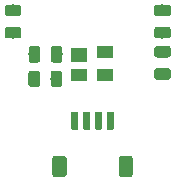
<source format=gbr>
G04 #@! TF.GenerationSoftware,KiCad,Pcbnew,(5.1.4)-1*
G04 #@! TF.CreationDate,2021-01-29T12:05:25-05:00*
G04 #@! TF.ProjectId,TKD_DBTypeC_r1,544b445f-4442-4547-9970-65435f72312e,rev?*
G04 #@! TF.SameCoordinates,Original*
G04 #@! TF.FileFunction,Paste,Top*
G04 #@! TF.FilePolarity,Positive*
%FSLAX46Y46*%
G04 Gerber Fmt 4.6, Leading zero omitted, Abs format (unit mm)*
G04 Created by KiCad (PCBNEW (5.1.4)-1) date 2021-01-29 12:05:25*
%MOMM*%
%LPD*%
G04 APERTURE LIST*
%ADD10C,0.100000*%
%ADD11C,0.975000*%
%ADD12C,1.200000*%
%ADD13C,0.600000*%
%ADD14R,1.400000X1.000000*%
%ADD15R,1.400000X1.200000*%
G04 APERTURE END LIST*
D10*
G36*
X60125622Y-59287107D02*
G01*
X60149283Y-59290617D01*
X60172487Y-59296429D01*
X60195009Y-59304487D01*
X60216633Y-59314715D01*
X60237150Y-59327012D01*
X60256363Y-59341262D01*
X60274087Y-59357326D01*
X60290151Y-59375050D01*
X60304401Y-59394263D01*
X60316698Y-59414780D01*
X60326926Y-59436404D01*
X60334984Y-59458926D01*
X60340796Y-59482130D01*
X60344306Y-59505791D01*
X60345480Y-59529683D01*
X60345480Y-60017183D01*
X60344306Y-60041075D01*
X60340796Y-60064736D01*
X60334984Y-60087940D01*
X60326926Y-60110462D01*
X60316698Y-60132086D01*
X60304401Y-60152603D01*
X60290151Y-60171816D01*
X60274087Y-60189540D01*
X60256363Y-60205604D01*
X60237150Y-60219854D01*
X60216633Y-60232151D01*
X60195009Y-60242379D01*
X60172487Y-60250437D01*
X60149283Y-60256249D01*
X60125622Y-60259759D01*
X60101730Y-60260933D01*
X59189230Y-60260933D01*
X59165338Y-60259759D01*
X59141677Y-60256249D01*
X59118473Y-60250437D01*
X59095951Y-60242379D01*
X59074327Y-60232151D01*
X59053810Y-60219854D01*
X59034597Y-60205604D01*
X59016873Y-60189540D01*
X59000809Y-60171816D01*
X58986559Y-60152603D01*
X58974262Y-60132086D01*
X58964034Y-60110462D01*
X58955976Y-60087940D01*
X58950164Y-60064736D01*
X58946654Y-60041075D01*
X58945480Y-60017183D01*
X58945480Y-59529683D01*
X58946654Y-59505791D01*
X58950164Y-59482130D01*
X58955976Y-59458926D01*
X58964034Y-59436404D01*
X58974262Y-59414780D01*
X58986559Y-59394263D01*
X59000809Y-59375050D01*
X59016873Y-59357326D01*
X59034597Y-59341262D01*
X59053810Y-59327012D01*
X59074327Y-59314715D01*
X59095951Y-59304487D01*
X59118473Y-59296429D01*
X59141677Y-59290617D01*
X59165338Y-59287107D01*
X59189230Y-59285933D01*
X60101730Y-59285933D01*
X60125622Y-59287107D01*
X60125622Y-59287107D01*
G37*
D11*
X59645480Y-59773433D03*
D10*
G36*
X60125622Y-61162107D02*
G01*
X60149283Y-61165617D01*
X60172487Y-61171429D01*
X60195009Y-61179487D01*
X60216633Y-61189715D01*
X60237150Y-61202012D01*
X60256363Y-61216262D01*
X60274087Y-61232326D01*
X60290151Y-61250050D01*
X60304401Y-61269263D01*
X60316698Y-61289780D01*
X60326926Y-61311404D01*
X60334984Y-61333926D01*
X60340796Y-61357130D01*
X60344306Y-61380791D01*
X60345480Y-61404683D01*
X60345480Y-61892183D01*
X60344306Y-61916075D01*
X60340796Y-61939736D01*
X60334984Y-61962940D01*
X60326926Y-61985462D01*
X60316698Y-62007086D01*
X60304401Y-62027603D01*
X60290151Y-62046816D01*
X60274087Y-62064540D01*
X60256363Y-62080604D01*
X60237150Y-62094854D01*
X60216633Y-62107151D01*
X60195009Y-62117379D01*
X60172487Y-62125437D01*
X60149283Y-62131249D01*
X60125622Y-62134759D01*
X60101730Y-62135933D01*
X59189230Y-62135933D01*
X59165338Y-62134759D01*
X59141677Y-62131249D01*
X59118473Y-62125437D01*
X59095951Y-62117379D01*
X59074327Y-62107151D01*
X59053810Y-62094854D01*
X59034597Y-62080604D01*
X59016873Y-62064540D01*
X59000809Y-62046816D01*
X58986559Y-62027603D01*
X58974262Y-62007086D01*
X58964034Y-61985462D01*
X58955976Y-61962940D01*
X58950164Y-61939736D01*
X58946654Y-61916075D01*
X58945480Y-61892183D01*
X58945480Y-61404683D01*
X58946654Y-61380791D01*
X58950164Y-61357130D01*
X58955976Y-61333926D01*
X58964034Y-61311404D01*
X58974262Y-61289780D01*
X58986559Y-61269263D01*
X59000809Y-61250050D01*
X59016873Y-61232326D01*
X59034597Y-61216262D01*
X59053810Y-61202012D01*
X59074327Y-61189715D01*
X59095951Y-61179487D01*
X59118473Y-61171429D01*
X59141677Y-61165617D01*
X59165338Y-61162107D01*
X59189230Y-61160933D01*
X60101730Y-61160933D01*
X60125622Y-61162107D01*
X60125622Y-61162107D01*
G37*
D11*
X59645480Y-61648433D03*
D10*
G36*
X72775622Y-61157107D02*
G01*
X72799283Y-61160617D01*
X72822487Y-61166429D01*
X72845009Y-61174487D01*
X72866633Y-61184715D01*
X72887150Y-61197012D01*
X72906363Y-61211262D01*
X72924087Y-61227326D01*
X72940151Y-61245050D01*
X72954401Y-61264263D01*
X72966698Y-61284780D01*
X72976926Y-61306404D01*
X72984984Y-61328926D01*
X72990796Y-61352130D01*
X72994306Y-61375791D01*
X72995480Y-61399683D01*
X72995480Y-61887183D01*
X72994306Y-61911075D01*
X72990796Y-61934736D01*
X72984984Y-61957940D01*
X72976926Y-61980462D01*
X72966698Y-62002086D01*
X72954401Y-62022603D01*
X72940151Y-62041816D01*
X72924087Y-62059540D01*
X72906363Y-62075604D01*
X72887150Y-62089854D01*
X72866633Y-62102151D01*
X72845009Y-62112379D01*
X72822487Y-62120437D01*
X72799283Y-62126249D01*
X72775622Y-62129759D01*
X72751730Y-62130933D01*
X71839230Y-62130933D01*
X71815338Y-62129759D01*
X71791677Y-62126249D01*
X71768473Y-62120437D01*
X71745951Y-62112379D01*
X71724327Y-62102151D01*
X71703810Y-62089854D01*
X71684597Y-62075604D01*
X71666873Y-62059540D01*
X71650809Y-62041816D01*
X71636559Y-62022603D01*
X71624262Y-62002086D01*
X71614034Y-61980462D01*
X71605976Y-61957940D01*
X71600164Y-61934736D01*
X71596654Y-61911075D01*
X71595480Y-61887183D01*
X71595480Y-61399683D01*
X71596654Y-61375791D01*
X71600164Y-61352130D01*
X71605976Y-61328926D01*
X71614034Y-61306404D01*
X71624262Y-61284780D01*
X71636559Y-61264263D01*
X71650809Y-61245050D01*
X71666873Y-61227326D01*
X71684597Y-61211262D01*
X71703810Y-61197012D01*
X71724327Y-61184715D01*
X71745951Y-61174487D01*
X71768473Y-61166429D01*
X71791677Y-61160617D01*
X71815338Y-61157107D01*
X71839230Y-61155933D01*
X72751730Y-61155933D01*
X72775622Y-61157107D01*
X72775622Y-61157107D01*
G37*
D11*
X72295480Y-61643433D03*
D10*
G36*
X72775622Y-59282107D02*
G01*
X72799283Y-59285617D01*
X72822487Y-59291429D01*
X72845009Y-59299487D01*
X72866633Y-59309715D01*
X72887150Y-59322012D01*
X72906363Y-59336262D01*
X72924087Y-59352326D01*
X72940151Y-59370050D01*
X72954401Y-59389263D01*
X72966698Y-59409780D01*
X72976926Y-59431404D01*
X72984984Y-59453926D01*
X72990796Y-59477130D01*
X72994306Y-59500791D01*
X72995480Y-59524683D01*
X72995480Y-60012183D01*
X72994306Y-60036075D01*
X72990796Y-60059736D01*
X72984984Y-60082940D01*
X72976926Y-60105462D01*
X72966698Y-60127086D01*
X72954401Y-60147603D01*
X72940151Y-60166816D01*
X72924087Y-60184540D01*
X72906363Y-60200604D01*
X72887150Y-60214854D01*
X72866633Y-60227151D01*
X72845009Y-60237379D01*
X72822487Y-60245437D01*
X72799283Y-60251249D01*
X72775622Y-60254759D01*
X72751730Y-60255933D01*
X71839230Y-60255933D01*
X71815338Y-60254759D01*
X71791677Y-60251249D01*
X71768473Y-60245437D01*
X71745951Y-60237379D01*
X71724327Y-60227151D01*
X71703810Y-60214854D01*
X71684597Y-60200604D01*
X71666873Y-60184540D01*
X71650809Y-60166816D01*
X71636559Y-60147603D01*
X71624262Y-60127086D01*
X71614034Y-60105462D01*
X71605976Y-60082940D01*
X71600164Y-60059736D01*
X71596654Y-60036075D01*
X71595480Y-60012183D01*
X71595480Y-59524683D01*
X71596654Y-59500791D01*
X71600164Y-59477130D01*
X71605976Y-59453926D01*
X71614034Y-59431404D01*
X71624262Y-59409780D01*
X71636559Y-59389263D01*
X71650809Y-59370050D01*
X71666873Y-59352326D01*
X71684597Y-59336262D01*
X71703810Y-59322012D01*
X71724327Y-59309715D01*
X71745951Y-59299487D01*
X71768473Y-59291429D01*
X71791677Y-59285617D01*
X71815338Y-59282107D01*
X71839230Y-59280933D01*
X72751730Y-59280933D01*
X72775622Y-59282107D01*
X72775622Y-59282107D01*
G37*
D11*
X72295480Y-59768433D03*
D10*
G36*
X69549985Y-72079637D02*
G01*
X69574253Y-72083237D01*
X69598052Y-72089198D01*
X69621151Y-72097463D01*
X69643330Y-72107953D01*
X69664373Y-72120565D01*
X69684079Y-72135180D01*
X69702257Y-72151656D01*
X69718733Y-72169834D01*
X69733348Y-72189540D01*
X69745960Y-72210583D01*
X69756450Y-72232762D01*
X69764715Y-72255861D01*
X69770676Y-72279660D01*
X69774276Y-72303928D01*
X69775480Y-72328432D01*
X69775480Y-73628434D01*
X69774276Y-73652938D01*
X69770676Y-73677206D01*
X69764715Y-73701005D01*
X69756450Y-73724104D01*
X69745960Y-73746283D01*
X69733348Y-73767326D01*
X69718733Y-73787032D01*
X69702257Y-73805210D01*
X69684079Y-73821686D01*
X69664373Y-73836301D01*
X69643330Y-73848913D01*
X69621151Y-73859403D01*
X69598052Y-73867668D01*
X69574253Y-73873629D01*
X69549985Y-73877229D01*
X69525481Y-73878433D01*
X68825479Y-73878433D01*
X68800975Y-73877229D01*
X68776707Y-73873629D01*
X68752908Y-73867668D01*
X68729809Y-73859403D01*
X68707630Y-73848913D01*
X68686587Y-73836301D01*
X68666881Y-73821686D01*
X68648703Y-73805210D01*
X68632227Y-73787032D01*
X68617612Y-73767326D01*
X68605000Y-73746283D01*
X68594510Y-73724104D01*
X68586245Y-73701005D01*
X68580284Y-73677206D01*
X68576684Y-73652938D01*
X68575480Y-73628434D01*
X68575480Y-72328432D01*
X68576684Y-72303928D01*
X68580284Y-72279660D01*
X68586245Y-72255861D01*
X68594510Y-72232762D01*
X68605000Y-72210583D01*
X68617612Y-72189540D01*
X68632227Y-72169834D01*
X68648703Y-72151656D01*
X68666881Y-72135180D01*
X68686587Y-72120565D01*
X68707630Y-72107953D01*
X68729809Y-72097463D01*
X68752908Y-72089198D01*
X68776707Y-72083237D01*
X68800975Y-72079637D01*
X68825479Y-72078433D01*
X69525481Y-72078433D01*
X69549985Y-72079637D01*
X69549985Y-72079637D01*
G37*
D12*
X69175480Y-72978433D03*
D10*
G36*
X63949985Y-72079637D02*
G01*
X63974253Y-72083237D01*
X63998052Y-72089198D01*
X64021151Y-72097463D01*
X64043330Y-72107953D01*
X64064373Y-72120565D01*
X64084079Y-72135180D01*
X64102257Y-72151656D01*
X64118733Y-72169834D01*
X64133348Y-72189540D01*
X64145960Y-72210583D01*
X64156450Y-72232762D01*
X64164715Y-72255861D01*
X64170676Y-72279660D01*
X64174276Y-72303928D01*
X64175480Y-72328432D01*
X64175480Y-73628434D01*
X64174276Y-73652938D01*
X64170676Y-73677206D01*
X64164715Y-73701005D01*
X64156450Y-73724104D01*
X64145960Y-73746283D01*
X64133348Y-73767326D01*
X64118733Y-73787032D01*
X64102257Y-73805210D01*
X64084079Y-73821686D01*
X64064373Y-73836301D01*
X64043330Y-73848913D01*
X64021151Y-73859403D01*
X63998052Y-73867668D01*
X63974253Y-73873629D01*
X63949985Y-73877229D01*
X63925481Y-73878433D01*
X63225479Y-73878433D01*
X63200975Y-73877229D01*
X63176707Y-73873629D01*
X63152908Y-73867668D01*
X63129809Y-73859403D01*
X63107630Y-73848913D01*
X63086587Y-73836301D01*
X63066881Y-73821686D01*
X63048703Y-73805210D01*
X63032227Y-73787032D01*
X63017612Y-73767326D01*
X63005000Y-73746283D01*
X62994510Y-73724104D01*
X62986245Y-73701005D01*
X62980284Y-73677206D01*
X62976684Y-73652938D01*
X62975480Y-73628434D01*
X62975480Y-72328432D01*
X62976684Y-72303928D01*
X62980284Y-72279660D01*
X62986245Y-72255861D01*
X62994510Y-72232762D01*
X63005000Y-72210583D01*
X63017612Y-72189540D01*
X63032227Y-72169834D01*
X63048703Y-72151656D01*
X63066881Y-72135180D01*
X63086587Y-72120565D01*
X63107630Y-72107953D01*
X63129809Y-72097463D01*
X63152908Y-72089198D01*
X63176707Y-72083237D01*
X63200975Y-72079637D01*
X63225479Y-72078433D01*
X63925481Y-72078433D01*
X63949985Y-72079637D01*
X63949985Y-72079637D01*
G37*
D12*
X63575480Y-72978433D03*
D10*
G36*
X68040183Y-68329155D02*
G01*
X68054744Y-68331315D01*
X68069023Y-68334892D01*
X68082883Y-68339851D01*
X68096190Y-68346145D01*
X68108816Y-68353713D01*
X68120639Y-68362481D01*
X68131546Y-68372367D01*
X68141432Y-68383274D01*
X68150200Y-68395097D01*
X68157768Y-68407723D01*
X68164062Y-68421030D01*
X68169021Y-68434890D01*
X68172598Y-68449169D01*
X68174758Y-68463730D01*
X68175480Y-68478433D01*
X68175480Y-69728433D01*
X68174758Y-69743136D01*
X68172598Y-69757697D01*
X68169021Y-69771976D01*
X68164062Y-69785836D01*
X68157768Y-69799143D01*
X68150200Y-69811769D01*
X68141432Y-69823592D01*
X68131546Y-69834499D01*
X68120639Y-69844385D01*
X68108816Y-69853153D01*
X68096190Y-69860721D01*
X68082883Y-69867015D01*
X68069023Y-69871974D01*
X68054744Y-69875551D01*
X68040183Y-69877711D01*
X68025480Y-69878433D01*
X67725480Y-69878433D01*
X67710777Y-69877711D01*
X67696216Y-69875551D01*
X67681937Y-69871974D01*
X67668077Y-69867015D01*
X67654770Y-69860721D01*
X67642144Y-69853153D01*
X67630321Y-69844385D01*
X67619414Y-69834499D01*
X67609528Y-69823592D01*
X67600760Y-69811769D01*
X67593192Y-69799143D01*
X67586898Y-69785836D01*
X67581939Y-69771976D01*
X67578362Y-69757697D01*
X67576202Y-69743136D01*
X67575480Y-69728433D01*
X67575480Y-68478433D01*
X67576202Y-68463730D01*
X67578362Y-68449169D01*
X67581939Y-68434890D01*
X67586898Y-68421030D01*
X67593192Y-68407723D01*
X67600760Y-68395097D01*
X67609528Y-68383274D01*
X67619414Y-68372367D01*
X67630321Y-68362481D01*
X67642144Y-68353713D01*
X67654770Y-68346145D01*
X67668077Y-68339851D01*
X67681937Y-68334892D01*
X67696216Y-68331315D01*
X67710777Y-68329155D01*
X67725480Y-68328433D01*
X68025480Y-68328433D01*
X68040183Y-68329155D01*
X68040183Y-68329155D01*
G37*
D13*
X67875480Y-69103433D03*
D10*
G36*
X67040183Y-68329155D02*
G01*
X67054744Y-68331315D01*
X67069023Y-68334892D01*
X67082883Y-68339851D01*
X67096190Y-68346145D01*
X67108816Y-68353713D01*
X67120639Y-68362481D01*
X67131546Y-68372367D01*
X67141432Y-68383274D01*
X67150200Y-68395097D01*
X67157768Y-68407723D01*
X67164062Y-68421030D01*
X67169021Y-68434890D01*
X67172598Y-68449169D01*
X67174758Y-68463730D01*
X67175480Y-68478433D01*
X67175480Y-69728433D01*
X67174758Y-69743136D01*
X67172598Y-69757697D01*
X67169021Y-69771976D01*
X67164062Y-69785836D01*
X67157768Y-69799143D01*
X67150200Y-69811769D01*
X67141432Y-69823592D01*
X67131546Y-69834499D01*
X67120639Y-69844385D01*
X67108816Y-69853153D01*
X67096190Y-69860721D01*
X67082883Y-69867015D01*
X67069023Y-69871974D01*
X67054744Y-69875551D01*
X67040183Y-69877711D01*
X67025480Y-69878433D01*
X66725480Y-69878433D01*
X66710777Y-69877711D01*
X66696216Y-69875551D01*
X66681937Y-69871974D01*
X66668077Y-69867015D01*
X66654770Y-69860721D01*
X66642144Y-69853153D01*
X66630321Y-69844385D01*
X66619414Y-69834499D01*
X66609528Y-69823592D01*
X66600760Y-69811769D01*
X66593192Y-69799143D01*
X66586898Y-69785836D01*
X66581939Y-69771976D01*
X66578362Y-69757697D01*
X66576202Y-69743136D01*
X66575480Y-69728433D01*
X66575480Y-68478433D01*
X66576202Y-68463730D01*
X66578362Y-68449169D01*
X66581939Y-68434890D01*
X66586898Y-68421030D01*
X66593192Y-68407723D01*
X66600760Y-68395097D01*
X66609528Y-68383274D01*
X66619414Y-68372367D01*
X66630321Y-68362481D01*
X66642144Y-68353713D01*
X66654770Y-68346145D01*
X66668077Y-68339851D01*
X66681937Y-68334892D01*
X66696216Y-68331315D01*
X66710777Y-68329155D01*
X66725480Y-68328433D01*
X67025480Y-68328433D01*
X67040183Y-68329155D01*
X67040183Y-68329155D01*
G37*
D13*
X66875480Y-69103433D03*
D10*
G36*
X66040183Y-68329155D02*
G01*
X66054744Y-68331315D01*
X66069023Y-68334892D01*
X66082883Y-68339851D01*
X66096190Y-68346145D01*
X66108816Y-68353713D01*
X66120639Y-68362481D01*
X66131546Y-68372367D01*
X66141432Y-68383274D01*
X66150200Y-68395097D01*
X66157768Y-68407723D01*
X66164062Y-68421030D01*
X66169021Y-68434890D01*
X66172598Y-68449169D01*
X66174758Y-68463730D01*
X66175480Y-68478433D01*
X66175480Y-69728433D01*
X66174758Y-69743136D01*
X66172598Y-69757697D01*
X66169021Y-69771976D01*
X66164062Y-69785836D01*
X66157768Y-69799143D01*
X66150200Y-69811769D01*
X66141432Y-69823592D01*
X66131546Y-69834499D01*
X66120639Y-69844385D01*
X66108816Y-69853153D01*
X66096190Y-69860721D01*
X66082883Y-69867015D01*
X66069023Y-69871974D01*
X66054744Y-69875551D01*
X66040183Y-69877711D01*
X66025480Y-69878433D01*
X65725480Y-69878433D01*
X65710777Y-69877711D01*
X65696216Y-69875551D01*
X65681937Y-69871974D01*
X65668077Y-69867015D01*
X65654770Y-69860721D01*
X65642144Y-69853153D01*
X65630321Y-69844385D01*
X65619414Y-69834499D01*
X65609528Y-69823592D01*
X65600760Y-69811769D01*
X65593192Y-69799143D01*
X65586898Y-69785836D01*
X65581939Y-69771976D01*
X65578362Y-69757697D01*
X65576202Y-69743136D01*
X65575480Y-69728433D01*
X65575480Y-68478433D01*
X65576202Y-68463730D01*
X65578362Y-68449169D01*
X65581939Y-68434890D01*
X65586898Y-68421030D01*
X65593192Y-68407723D01*
X65600760Y-68395097D01*
X65609528Y-68383274D01*
X65619414Y-68372367D01*
X65630321Y-68362481D01*
X65642144Y-68353713D01*
X65654770Y-68346145D01*
X65668077Y-68339851D01*
X65681937Y-68334892D01*
X65696216Y-68331315D01*
X65710777Y-68329155D01*
X65725480Y-68328433D01*
X66025480Y-68328433D01*
X66040183Y-68329155D01*
X66040183Y-68329155D01*
G37*
D13*
X65875480Y-69103433D03*
D10*
G36*
X65040183Y-68329155D02*
G01*
X65054744Y-68331315D01*
X65069023Y-68334892D01*
X65082883Y-68339851D01*
X65096190Y-68346145D01*
X65108816Y-68353713D01*
X65120639Y-68362481D01*
X65131546Y-68372367D01*
X65141432Y-68383274D01*
X65150200Y-68395097D01*
X65157768Y-68407723D01*
X65164062Y-68421030D01*
X65169021Y-68434890D01*
X65172598Y-68449169D01*
X65174758Y-68463730D01*
X65175480Y-68478433D01*
X65175480Y-69728433D01*
X65174758Y-69743136D01*
X65172598Y-69757697D01*
X65169021Y-69771976D01*
X65164062Y-69785836D01*
X65157768Y-69799143D01*
X65150200Y-69811769D01*
X65141432Y-69823592D01*
X65131546Y-69834499D01*
X65120639Y-69844385D01*
X65108816Y-69853153D01*
X65096190Y-69860721D01*
X65082883Y-69867015D01*
X65069023Y-69871974D01*
X65054744Y-69875551D01*
X65040183Y-69877711D01*
X65025480Y-69878433D01*
X64725480Y-69878433D01*
X64710777Y-69877711D01*
X64696216Y-69875551D01*
X64681937Y-69871974D01*
X64668077Y-69867015D01*
X64654770Y-69860721D01*
X64642144Y-69853153D01*
X64630321Y-69844385D01*
X64619414Y-69834499D01*
X64609528Y-69823592D01*
X64600760Y-69811769D01*
X64593192Y-69799143D01*
X64586898Y-69785836D01*
X64581939Y-69771976D01*
X64578362Y-69757697D01*
X64576202Y-69743136D01*
X64575480Y-69728433D01*
X64575480Y-68478433D01*
X64576202Y-68463730D01*
X64578362Y-68449169D01*
X64581939Y-68434890D01*
X64586898Y-68421030D01*
X64593192Y-68407723D01*
X64600760Y-68395097D01*
X64609528Y-68383274D01*
X64619414Y-68372367D01*
X64630321Y-68362481D01*
X64642144Y-68353713D01*
X64654770Y-68346145D01*
X64668077Y-68339851D01*
X64681937Y-68334892D01*
X64696216Y-68331315D01*
X64710777Y-68329155D01*
X64725480Y-68328433D01*
X65025480Y-68328433D01*
X65040183Y-68329155D01*
X65040183Y-68329155D01*
G37*
D13*
X64875480Y-69103433D03*
D10*
G36*
X63583122Y-64864607D02*
G01*
X63606783Y-64868117D01*
X63629987Y-64873929D01*
X63652509Y-64881987D01*
X63674133Y-64892215D01*
X63694650Y-64904512D01*
X63713863Y-64918762D01*
X63731587Y-64934826D01*
X63747651Y-64952550D01*
X63761901Y-64971763D01*
X63774198Y-64992280D01*
X63784426Y-65013904D01*
X63792484Y-65036426D01*
X63798296Y-65059630D01*
X63801806Y-65083291D01*
X63802980Y-65107183D01*
X63802980Y-66019683D01*
X63801806Y-66043575D01*
X63798296Y-66067236D01*
X63792484Y-66090440D01*
X63784426Y-66112962D01*
X63774198Y-66134586D01*
X63761901Y-66155103D01*
X63747651Y-66174316D01*
X63731587Y-66192040D01*
X63713863Y-66208104D01*
X63694650Y-66222354D01*
X63674133Y-66234651D01*
X63652509Y-66244879D01*
X63629987Y-66252937D01*
X63606783Y-66258749D01*
X63583122Y-66262259D01*
X63559230Y-66263433D01*
X63071730Y-66263433D01*
X63047838Y-66262259D01*
X63024177Y-66258749D01*
X63000973Y-66252937D01*
X62978451Y-66244879D01*
X62956827Y-66234651D01*
X62936310Y-66222354D01*
X62917097Y-66208104D01*
X62899373Y-66192040D01*
X62883309Y-66174316D01*
X62869059Y-66155103D01*
X62856762Y-66134586D01*
X62846534Y-66112962D01*
X62838476Y-66090440D01*
X62832664Y-66067236D01*
X62829154Y-66043575D01*
X62827980Y-66019683D01*
X62827980Y-65107183D01*
X62829154Y-65083291D01*
X62832664Y-65059630D01*
X62838476Y-65036426D01*
X62846534Y-65013904D01*
X62856762Y-64992280D01*
X62869059Y-64971763D01*
X62883309Y-64952550D01*
X62899373Y-64934826D01*
X62917097Y-64918762D01*
X62936310Y-64904512D01*
X62956827Y-64892215D01*
X62978451Y-64881987D01*
X63000973Y-64873929D01*
X63024177Y-64868117D01*
X63047838Y-64864607D01*
X63071730Y-64863433D01*
X63559230Y-64863433D01*
X63583122Y-64864607D01*
X63583122Y-64864607D01*
G37*
D11*
X63315480Y-65563433D03*
D10*
G36*
X61708122Y-64864607D02*
G01*
X61731783Y-64868117D01*
X61754987Y-64873929D01*
X61777509Y-64881987D01*
X61799133Y-64892215D01*
X61819650Y-64904512D01*
X61838863Y-64918762D01*
X61856587Y-64934826D01*
X61872651Y-64952550D01*
X61886901Y-64971763D01*
X61899198Y-64992280D01*
X61909426Y-65013904D01*
X61917484Y-65036426D01*
X61923296Y-65059630D01*
X61926806Y-65083291D01*
X61927980Y-65107183D01*
X61927980Y-66019683D01*
X61926806Y-66043575D01*
X61923296Y-66067236D01*
X61917484Y-66090440D01*
X61909426Y-66112962D01*
X61899198Y-66134586D01*
X61886901Y-66155103D01*
X61872651Y-66174316D01*
X61856587Y-66192040D01*
X61838863Y-66208104D01*
X61819650Y-66222354D01*
X61799133Y-66234651D01*
X61777509Y-66244879D01*
X61754987Y-66252937D01*
X61731783Y-66258749D01*
X61708122Y-66262259D01*
X61684230Y-66263433D01*
X61196730Y-66263433D01*
X61172838Y-66262259D01*
X61149177Y-66258749D01*
X61125973Y-66252937D01*
X61103451Y-66244879D01*
X61081827Y-66234651D01*
X61061310Y-66222354D01*
X61042097Y-66208104D01*
X61024373Y-66192040D01*
X61008309Y-66174316D01*
X60994059Y-66155103D01*
X60981762Y-66134586D01*
X60971534Y-66112962D01*
X60963476Y-66090440D01*
X60957664Y-66067236D01*
X60954154Y-66043575D01*
X60952980Y-66019683D01*
X60952980Y-65107183D01*
X60954154Y-65083291D01*
X60957664Y-65059630D01*
X60963476Y-65036426D01*
X60971534Y-65013904D01*
X60981762Y-64992280D01*
X60994059Y-64971763D01*
X61008309Y-64952550D01*
X61024373Y-64934826D01*
X61042097Y-64918762D01*
X61061310Y-64904512D01*
X61081827Y-64892215D01*
X61103451Y-64881987D01*
X61125973Y-64873929D01*
X61149177Y-64868117D01*
X61172838Y-64864607D01*
X61196730Y-64863433D01*
X61684230Y-64863433D01*
X61708122Y-64864607D01*
X61708122Y-64864607D01*
G37*
D11*
X61440480Y-65563433D03*
D10*
G36*
X61723122Y-62794607D02*
G01*
X61746783Y-62798117D01*
X61769987Y-62803929D01*
X61792509Y-62811987D01*
X61814133Y-62822215D01*
X61834650Y-62834512D01*
X61853863Y-62848762D01*
X61871587Y-62864826D01*
X61887651Y-62882550D01*
X61901901Y-62901763D01*
X61914198Y-62922280D01*
X61924426Y-62943904D01*
X61932484Y-62966426D01*
X61938296Y-62989630D01*
X61941806Y-63013291D01*
X61942980Y-63037183D01*
X61942980Y-63949683D01*
X61941806Y-63973575D01*
X61938296Y-63997236D01*
X61932484Y-64020440D01*
X61924426Y-64042962D01*
X61914198Y-64064586D01*
X61901901Y-64085103D01*
X61887651Y-64104316D01*
X61871587Y-64122040D01*
X61853863Y-64138104D01*
X61834650Y-64152354D01*
X61814133Y-64164651D01*
X61792509Y-64174879D01*
X61769987Y-64182937D01*
X61746783Y-64188749D01*
X61723122Y-64192259D01*
X61699230Y-64193433D01*
X61211730Y-64193433D01*
X61187838Y-64192259D01*
X61164177Y-64188749D01*
X61140973Y-64182937D01*
X61118451Y-64174879D01*
X61096827Y-64164651D01*
X61076310Y-64152354D01*
X61057097Y-64138104D01*
X61039373Y-64122040D01*
X61023309Y-64104316D01*
X61009059Y-64085103D01*
X60996762Y-64064586D01*
X60986534Y-64042962D01*
X60978476Y-64020440D01*
X60972664Y-63997236D01*
X60969154Y-63973575D01*
X60967980Y-63949683D01*
X60967980Y-63037183D01*
X60969154Y-63013291D01*
X60972664Y-62989630D01*
X60978476Y-62966426D01*
X60986534Y-62943904D01*
X60996762Y-62922280D01*
X61009059Y-62901763D01*
X61023309Y-62882550D01*
X61039373Y-62864826D01*
X61057097Y-62848762D01*
X61076310Y-62834512D01*
X61096827Y-62822215D01*
X61118451Y-62811987D01*
X61140973Y-62803929D01*
X61164177Y-62798117D01*
X61187838Y-62794607D01*
X61211730Y-62793433D01*
X61699230Y-62793433D01*
X61723122Y-62794607D01*
X61723122Y-62794607D01*
G37*
D11*
X61455480Y-63493433D03*
D10*
G36*
X63598122Y-62794607D02*
G01*
X63621783Y-62798117D01*
X63644987Y-62803929D01*
X63667509Y-62811987D01*
X63689133Y-62822215D01*
X63709650Y-62834512D01*
X63728863Y-62848762D01*
X63746587Y-62864826D01*
X63762651Y-62882550D01*
X63776901Y-62901763D01*
X63789198Y-62922280D01*
X63799426Y-62943904D01*
X63807484Y-62966426D01*
X63813296Y-62989630D01*
X63816806Y-63013291D01*
X63817980Y-63037183D01*
X63817980Y-63949683D01*
X63816806Y-63973575D01*
X63813296Y-63997236D01*
X63807484Y-64020440D01*
X63799426Y-64042962D01*
X63789198Y-64064586D01*
X63776901Y-64085103D01*
X63762651Y-64104316D01*
X63746587Y-64122040D01*
X63728863Y-64138104D01*
X63709650Y-64152354D01*
X63689133Y-64164651D01*
X63667509Y-64174879D01*
X63644987Y-64182937D01*
X63621783Y-64188749D01*
X63598122Y-64192259D01*
X63574230Y-64193433D01*
X63086730Y-64193433D01*
X63062838Y-64192259D01*
X63039177Y-64188749D01*
X63015973Y-64182937D01*
X62993451Y-64174879D01*
X62971827Y-64164651D01*
X62951310Y-64152354D01*
X62932097Y-64138104D01*
X62914373Y-64122040D01*
X62898309Y-64104316D01*
X62884059Y-64085103D01*
X62871762Y-64064586D01*
X62861534Y-64042962D01*
X62853476Y-64020440D01*
X62847664Y-63997236D01*
X62844154Y-63973575D01*
X62842980Y-63949683D01*
X62842980Y-63037183D01*
X62844154Y-63013291D01*
X62847664Y-62989630D01*
X62853476Y-62966426D01*
X62861534Y-62943904D01*
X62871762Y-62922280D01*
X62884059Y-62901763D01*
X62898309Y-62882550D01*
X62914373Y-62864826D01*
X62932097Y-62848762D01*
X62951310Y-62834512D01*
X62971827Y-62822215D01*
X62993451Y-62811987D01*
X63015973Y-62803929D01*
X63039177Y-62798117D01*
X63062838Y-62794607D01*
X63086730Y-62793433D01*
X63574230Y-62793433D01*
X63598122Y-62794607D01*
X63598122Y-62794607D01*
G37*
D11*
X63330480Y-63493433D03*
D10*
G36*
X72785622Y-62782107D02*
G01*
X72809283Y-62785617D01*
X72832487Y-62791429D01*
X72855009Y-62799487D01*
X72876633Y-62809715D01*
X72897150Y-62822012D01*
X72916363Y-62836262D01*
X72934087Y-62852326D01*
X72950151Y-62870050D01*
X72964401Y-62889263D01*
X72976698Y-62909780D01*
X72986926Y-62931404D01*
X72994984Y-62953926D01*
X73000796Y-62977130D01*
X73004306Y-63000791D01*
X73005480Y-63024683D01*
X73005480Y-63512183D01*
X73004306Y-63536075D01*
X73000796Y-63559736D01*
X72994984Y-63582940D01*
X72986926Y-63605462D01*
X72976698Y-63627086D01*
X72964401Y-63647603D01*
X72950151Y-63666816D01*
X72934087Y-63684540D01*
X72916363Y-63700604D01*
X72897150Y-63714854D01*
X72876633Y-63727151D01*
X72855009Y-63737379D01*
X72832487Y-63745437D01*
X72809283Y-63751249D01*
X72785622Y-63754759D01*
X72761730Y-63755933D01*
X71849230Y-63755933D01*
X71825338Y-63754759D01*
X71801677Y-63751249D01*
X71778473Y-63745437D01*
X71755951Y-63737379D01*
X71734327Y-63727151D01*
X71713810Y-63714854D01*
X71694597Y-63700604D01*
X71676873Y-63684540D01*
X71660809Y-63666816D01*
X71646559Y-63647603D01*
X71634262Y-63627086D01*
X71624034Y-63605462D01*
X71615976Y-63582940D01*
X71610164Y-63559736D01*
X71606654Y-63536075D01*
X71605480Y-63512183D01*
X71605480Y-63024683D01*
X71606654Y-63000791D01*
X71610164Y-62977130D01*
X71615976Y-62953926D01*
X71624034Y-62931404D01*
X71634262Y-62909780D01*
X71646559Y-62889263D01*
X71660809Y-62870050D01*
X71676873Y-62852326D01*
X71694597Y-62836262D01*
X71713810Y-62822012D01*
X71734327Y-62809715D01*
X71755951Y-62799487D01*
X71778473Y-62791429D01*
X71801677Y-62785617D01*
X71825338Y-62782107D01*
X71849230Y-62780933D01*
X72761730Y-62780933D01*
X72785622Y-62782107D01*
X72785622Y-62782107D01*
G37*
D11*
X72305480Y-63268433D03*
D10*
G36*
X72785622Y-64657107D02*
G01*
X72809283Y-64660617D01*
X72832487Y-64666429D01*
X72855009Y-64674487D01*
X72876633Y-64684715D01*
X72897150Y-64697012D01*
X72916363Y-64711262D01*
X72934087Y-64727326D01*
X72950151Y-64745050D01*
X72964401Y-64764263D01*
X72976698Y-64784780D01*
X72986926Y-64806404D01*
X72994984Y-64828926D01*
X73000796Y-64852130D01*
X73004306Y-64875791D01*
X73005480Y-64899683D01*
X73005480Y-65387183D01*
X73004306Y-65411075D01*
X73000796Y-65434736D01*
X72994984Y-65457940D01*
X72986926Y-65480462D01*
X72976698Y-65502086D01*
X72964401Y-65522603D01*
X72950151Y-65541816D01*
X72934087Y-65559540D01*
X72916363Y-65575604D01*
X72897150Y-65589854D01*
X72876633Y-65602151D01*
X72855009Y-65612379D01*
X72832487Y-65620437D01*
X72809283Y-65626249D01*
X72785622Y-65629759D01*
X72761730Y-65630933D01*
X71849230Y-65630933D01*
X71825338Y-65629759D01*
X71801677Y-65626249D01*
X71778473Y-65620437D01*
X71755951Y-65612379D01*
X71734327Y-65602151D01*
X71713810Y-65589854D01*
X71694597Y-65575604D01*
X71676873Y-65559540D01*
X71660809Y-65541816D01*
X71646559Y-65522603D01*
X71634262Y-65502086D01*
X71624034Y-65480462D01*
X71615976Y-65457940D01*
X71610164Y-65434736D01*
X71606654Y-65411075D01*
X71605480Y-65387183D01*
X71605480Y-64899683D01*
X71606654Y-64875791D01*
X71610164Y-64852130D01*
X71615976Y-64828926D01*
X71624034Y-64806404D01*
X71634262Y-64784780D01*
X71646559Y-64764263D01*
X71660809Y-64745050D01*
X71676873Y-64727326D01*
X71694597Y-64711262D01*
X71713810Y-64697012D01*
X71734327Y-64684715D01*
X71755951Y-64674487D01*
X71778473Y-64666429D01*
X71801677Y-64660617D01*
X71825338Y-64657107D01*
X71849230Y-64655933D01*
X72761730Y-64655933D01*
X72785622Y-64657107D01*
X72785622Y-64657107D01*
G37*
D11*
X72305480Y-65143433D03*
D14*
X67425480Y-63323433D03*
X67425480Y-65223433D03*
X65225480Y-65223433D03*
D15*
X65225480Y-63503433D03*
M02*

</source>
